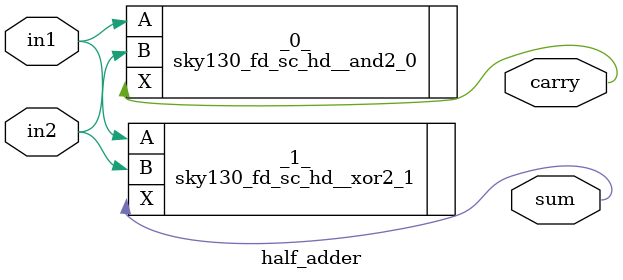
<source format=v>
/* Generated by Yosys 0.33 (git sha1 2584903a060) */

/* top =  1  */
/* src = "HA.v:9.1-12.10" */
module half_adder(in1, in2, sum, carry);
  /* src = "HA.v:9.50-9.55" */
  output carry;
  wire carry;
  /* src = "HA.v:9.25-9.28" */
  input in1;
  wire in1;
  /* src = "HA.v:9.31-9.34" */
  input in2;
  wire in2;
  /* src = "HA.v:9.44-9.47" */
  output sum;
  wire sum;
  sky130_fd_sc_hd__and2_0 _0_ (
    .A(in1),
    .B(in2),
    .X(carry)
  );
  sky130_fd_sc_hd__xor2_1 _1_ (
    .A(in1),
    .B(in2),
    .X(sum)
  );
endmodule

</source>
